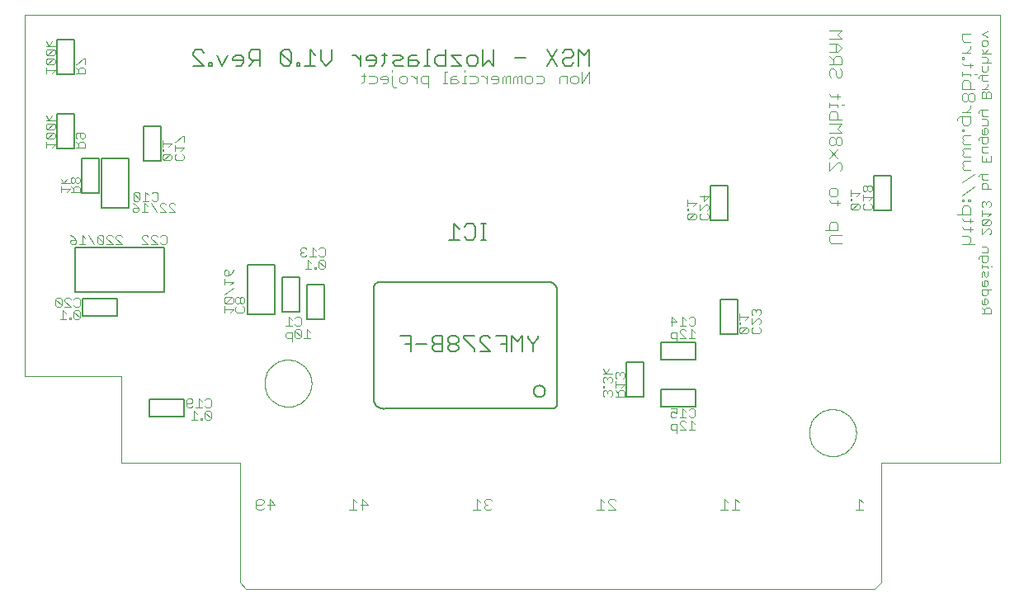
<source format=gbo>
G75*
%MOIN*%
%OFA0B0*%
%FSLAX24Y24*%
%IPPOS*%
%LPD*%
%AMOC8*
5,1,8,0,0,1.08239X$1,22.5*
%
%ADD10C,0.0060*%
%ADD11C,0.0040*%
%ADD12C,0.0000*%
%ADD13C,0.0030*%
%ADD14C,0.0050*%
D10*
X017005Y010075D02*
X017005Y010716D01*
X016578Y010716D01*
X016791Y010396D02*
X017005Y010396D01*
X017222Y010396D02*
X017649Y010396D01*
X017867Y010502D02*
X017973Y010396D01*
X018294Y010396D01*
X018511Y010502D02*
X018618Y010396D01*
X018831Y010396D01*
X018938Y010502D01*
X018938Y010609D01*
X018831Y010716D01*
X018618Y010716D01*
X018511Y010609D01*
X018511Y010502D01*
X018618Y010396D02*
X018511Y010289D01*
X018511Y010182D01*
X018618Y010075D01*
X018831Y010075D01*
X018938Y010182D01*
X018938Y010289D01*
X018831Y010396D01*
X019156Y010609D02*
X019583Y010182D01*
X019583Y010075D01*
X019800Y010075D02*
X020227Y010075D01*
X019800Y010502D01*
X019800Y010609D01*
X019907Y010716D01*
X020121Y010716D01*
X020227Y010609D01*
X020445Y010716D02*
X020872Y010716D01*
X020872Y010075D01*
X021089Y010075D02*
X021089Y010716D01*
X021303Y010502D01*
X021516Y010716D01*
X021516Y010075D01*
X021947Y010075D02*
X021947Y010396D01*
X021734Y010609D01*
X021734Y010716D01*
X021947Y010396D02*
X022161Y010609D01*
X022161Y010716D01*
X020872Y010396D02*
X020658Y010396D01*
X019583Y010716D02*
X019156Y010716D01*
X019156Y010609D01*
X018294Y010716D02*
X018294Y010075D01*
X017973Y010075D01*
X017867Y010182D01*
X017867Y010289D01*
X017973Y010396D01*
X017867Y010502D02*
X017867Y010609D01*
X017973Y010716D01*
X018294Y010716D01*
X018547Y014601D02*
X018974Y014601D01*
X018760Y014601D02*
X018760Y015241D01*
X018974Y015028D01*
X019191Y015135D02*
X019298Y015241D01*
X019511Y015241D01*
X019618Y015135D01*
X019618Y014708D01*
X019511Y014601D01*
X019298Y014601D01*
X019191Y014708D01*
X019834Y014601D02*
X020048Y014601D01*
X019941Y014601D02*
X019941Y015241D01*
X020048Y015241D02*
X019834Y015241D01*
X019926Y021630D02*
X019926Y022271D01*
X019708Y021950D02*
X019708Y021737D01*
X019601Y021630D01*
X019388Y021630D01*
X019281Y021737D01*
X019281Y021950D01*
X019388Y022057D01*
X019601Y022057D01*
X019708Y021950D01*
X019926Y021630D02*
X020139Y021844D01*
X020353Y021630D01*
X020353Y022271D01*
X021215Y021950D02*
X021642Y021950D01*
X022504Y021630D02*
X022931Y022271D01*
X023148Y022164D02*
X023255Y022271D01*
X023469Y022271D01*
X023575Y022164D01*
X023575Y022057D01*
X023469Y021950D01*
X023255Y021950D01*
X023148Y021844D01*
X023148Y021737D01*
X023255Y021630D01*
X023469Y021630D01*
X023575Y021737D01*
X023793Y021630D02*
X023793Y022271D01*
X024006Y022057D01*
X024220Y022271D01*
X024220Y021630D01*
X022931Y021630D02*
X022504Y022271D01*
X019064Y022057D02*
X018637Y022057D01*
X019064Y021630D01*
X018637Y021630D01*
X018419Y021630D02*
X018099Y021630D01*
X017992Y021737D01*
X017992Y021950D01*
X018099Y022057D01*
X018419Y022057D01*
X018419Y022271D02*
X018419Y021630D01*
X017775Y021630D02*
X017561Y021630D01*
X017668Y021630D02*
X017668Y022271D01*
X017775Y022271D01*
X017238Y022057D02*
X017025Y022057D01*
X016918Y021950D01*
X016918Y021630D01*
X017238Y021630D01*
X017345Y021737D01*
X017238Y021844D01*
X016918Y021844D01*
X016700Y021950D02*
X016593Y021844D01*
X016380Y021844D01*
X016273Y021737D01*
X016380Y021630D01*
X016700Y021630D01*
X016700Y021950D02*
X016593Y022057D01*
X016273Y022057D01*
X016056Y022057D02*
X015842Y022057D01*
X015949Y022164D02*
X015949Y021737D01*
X015842Y021630D01*
X015626Y021737D02*
X015626Y021950D01*
X015519Y022057D01*
X015306Y022057D01*
X015199Y021950D01*
X015199Y021844D01*
X015626Y021844D01*
X015626Y021737D02*
X015519Y021630D01*
X015306Y021630D01*
X014981Y021630D02*
X014981Y022057D01*
X014981Y021844D02*
X014768Y022057D01*
X014661Y022057D01*
X013800Y021844D02*
X013586Y021630D01*
X013373Y021844D01*
X013373Y022271D01*
X013155Y022057D02*
X012942Y022271D01*
X012942Y021630D01*
X013155Y021630D02*
X012728Y021630D01*
X012511Y021630D02*
X012511Y021737D01*
X012404Y021737D01*
X012404Y021630D01*
X012511Y021630D01*
X012188Y021737D02*
X011761Y022164D01*
X011761Y021737D01*
X011868Y021630D01*
X012082Y021630D01*
X012188Y021737D01*
X012188Y022164D01*
X012082Y022271D01*
X011868Y022271D01*
X011761Y022164D01*
X010899Y022271D02*
X010579Y022271D01*
X010472Y022164D01*
X010472Y021950D01*
X010579Y021844D01*
X010899Y021844D01*
X010686Y021844D02*
X010472Y021630D01*
X010255Y021737D02*
X010255Y021950D01*
X010148Y022057D01*
X009934Y022057D01*
X009828Y021950D01*
X009828Y021844D01*
X010255Y021844D01*
X010255Y021737D02*
X010148Y021630D01*
X009934Y021630D01*
X009610Y022057D02*
X009397Y021630D01*
X009183Y022057D01*
X008966Y021737D02*
X008859Y021737D01*
X008859Y021630D01*
X008966Y021630D01*
X008966Y021737D01*
X008643Y021630D02*
X008216Y022057D01*
X008216Y022164D01*
X008323Y022271D01*
X008537Y022271D01*
X008643Y022164D01*
X008643Y021630D02*
X008216Y021630D01*
X010899Y021630D02*
X010899Y022271D01*
X013800Y022271D02*
X013800Y021844D01*
D11*
X015022Y021227D02*
X015176Y021227D01*
X015099Y021304D02*
X015099Y020997D01*
X015022Y020920D01*
X015329Y020920D02*
X015559Y020920D01*
X015636Y020997D01*
X015636Y021150D01*
X015559Y021227D01*
X015329Y021227D01*
X015789Y021150D02*
X015789Y021073D01*
X016096Y021073D01*
X016096Y020997D02*
X016096Y021150D01*
X016020Y021227D01*
X015866Y021227D01*
X015789Y021150D01*
X015866Y020920D02*
X016020Y020920D01*
X016096Y020997D01*
X016250Y020843D02*
X016250Y021227D01*
X016250Y021380D02*
X016250Y021457D01*
X016557Y021150D02*
X016634Y021227D01*
X016787Y021227D01*
X016864Y021150D01*
X016864Y020997D01*
X016787Y020920D01*
X016634Y020920D01*
X016557Y020997D01*
X016557Y021150D01*
X016403Y020767D02*
X016327Y020767D01*
X016250Y020843D01*
X017017Y021227D02*
X017094Y021227D01*
X017247Y021073D01*
X017247Y020920D02*
X017247Y021227D01*
X017401Y021150D02*
X017401Y020997D01*
X017478Y020920D01*
X017708Y020920D01*
X017708Y020767D02*
X017708Y021227D01*
X017478Y021227D01*
X017401Y021150D01*
X018322Y020920D02*
X018475Y020920D01*
X018398Y020920D02*
X018398Y021380D01*
X018475Y021380D01*
X018629Y021150D02*
X018629Y020920D01*
X018859Y020920D01*
X018935Y020997D01*
X018859Y021073D01*
X018629Y021073D01*
X018629Y021150D02*
X018705Y021227D01*
X018859Y021227D01*
X019166Y021227D02*
X019166Y020920D01*
X019242Y020920D02*
X019089Y020920D01*
X019396Y020920D02*
X019626Y020920D01*
X019703Y020997D01*
X019703Y021150D01*
X019626Y021227D01*
X019396Y021227D01*
X019242Y021227D02*
X019166Y021227D01*
X019166Y021380D02*
X019166Y021457D01*
X019856Y021227D02*
X019933Y021227D01*
X020086Y021073D01*
X020086Y020920D02*
X020086Y021227D01*
X020240Y021150D02*
X020317Y021227D01*
X020470Y021227D01*
X020547Y021150D01*
X020547Y020997D01*
X020470Y020920D01*
X020317Y020920D01*
X020240Y021073D02*
X020547Y021073D01*
X020700Y021150D02*
X020700Y020920D01*
X020854Y020920D02*
X020854Y021150D01*
X020777Y021227D01*
X020700Y021150D01*
X020854Y021150D02*
X020931Y021227D01*
X021007Y021227D01*
X021007Y020920D01*
X021161Y020920D02*
X021161Y021150D01*
X021237Y021227D01*
X021314Y021150D01*
X021314Y020920D01*
X021468Y020920D02*
X021468Y021227D01*
X021391Y021227D01*
X021314Y021150D01*
X021621Y021150D02*
X021698Y021227D01*
X021851Y021227D01*
X021928Y021150D01*
X021928Y020997D01*
X021851Y020920D01*
X021698Y020920D01*
X021621Y020997D01*
X021621Y021150D01*
X022082Y021227D02*
X022312Y021227D01*
X022388Y021150D01*
X022388Y020997D01*
X022312Y020920D01*
X022082Y020920D01*
X023002Y020920D02*
X023002Y021150D01*
X023079Y021227D01*
X023309Y021227D01*
X023309Y020920D01*
X023463Y020997D02*
X023463Y021150D01*
X023539Y021227D01*
X023693Y021227D01*
X023770Y021150D01*
X023770Y020997D01*
X023693Y020920D01*
X023539Y020920D01*
X023463Y020997D01*
X023923Y020920D02*
X023923Y021380D01*
X024230Y021380D02*
X023923Y020920D01*
X024230Y020920D02*
X024230Y021380D01*
X020240Y021150D02*
X020240Y021073D01*
X033910Y021244D02*
X033997Y021157D01*
X033910Y021244D02*
X033910Y021418D01*
X033997Y021504D01*
X034083Y021504D01*
X034170Y021418D01*
X034170Y021244D01*
X034257Y021157D01*
X034344Y021157D01*
X034430Y021244D01*
X034430Y021418D01*
X034344Y021504D01*
X034430Y021673D02*
X033910Y021673D01*
X034083Y021673D02*
X034083Y021933D01*
X034170Y022020D01*
X034344Y022020D01*
X034430Y021933D01*
X034430Y021673D01*
X034083Y021847D02*
X033910Y022020D01*
X033910Y022189D02*
X034257Y022189D01*
X034430Y022362D01*
X034257Y022536D01*
X033910Y022536D01*
X033910Y022704D02*
X034430Y022704D01*
X034257Y022878D01*
X034430Y023051D01*
X033910Y023051D01*
X034170Y022536D02*
X034170Y022189D01*
X034257Y020472D02*
X034257Y020298D01*
X034344Y020385D02*
X033997Y020385D01*
X033910Y020472D01*
X033910Y020128D02*
X033910Y019954D01*
X033910Y020041D02*
X034257Y020041D01*
X034257Y019954D01*
X034170Y019786D02*
X034257Y019699D01*
X034257Y019439D01*
X034430Y019439D02*
X033910Y019439D01*
X033910Y019699D01*
X033997Y019786D01*
X034170Y019786D01*
X034430Y020041D02*
X034517Y020041D01*
X034430Y019270D02*
X033910Y019270D01*
X034257Y019096D02*
X034430Y019270D01*
X034257Y019096D02*
X034430Y018923D01*
X033910Y018923D01*
X033997Y018754D02*
X033910Y018668D01*
X033910Y018494D01*
X033997Y018407D01*
X034083Y018407D01*
X034170Y018494D01*
X034170Y018668D01*
X034083Y018754D01*
X033997Y018754D01*
X034170Y018668D02*
X034257Y018754D01*
X034344Y018754D01*
X034430Y018668D01*
X034430Y018494D01*
X034344Y018407D01*
X034257Y018407D01*
X034170Y018494D01*
X034257Y018239D02*
X033910Y017892D01*
X033910Y017723D02*
X033910Y017376D01*
X034257Y017723D01*
X034344Y017723D01*
X034430Y017636D01*
X034430Y017463D01*
X034344Y017376D01*
X034257Y017892D02*
X033910Y018239D01*
X033997Y016692D02*
X033910Y016605D01*
X033910Y016432D01*
X033997Y016345D01*
X034170Y016345D01*
X034257Y016432D01*
X034257Y016605D01*
X034170Y016692D01*
X033997Y016692D01*
X033910Y016175D02*
X033997Y016088D01*
X034344Y016088D01*
X034257Y016001D02*
X034257Y016175D01*
X034170Y015317D02*
X033997Y015317D01*
X033910Y015230D01*
X033910Y014970D01*
X033737Y014970D02*
X034257Y014970D01*
X034257Y015230D01*
X034170Y015317D01*
X033997Y014801D02*
X033910Y014714D01*
X033910Y014541D01*
X033997Y014454D01*
X034430Y014454D01*
X034430Y014801D02*
X033997Y014801D01*
X039097Y015623D02*
X039617Y015623D01*
X039617Y015883D01*
X039530Y015970D01*
X039357Y015970D01*
X039270Y015883D01*
X039270Y015623D01*
X039270Y015453D02*
X039357Y015366D01*
X039704Y015366D01*
X039617Y015279D02*
X039617Y015453D01*
X039617Y015109D02*
X039617Y014936D01*
X039704Y015022D02*
X039357Y015022D01*
X039270Y015109D01*
X039270Y014767D02*
X039530Y014767D01*
X039617Y014680D01*
X039617Y014507D01*
X039530Y014420D01*
X039790Y014420D02*
X039270Y014420D01*
X039270Y016139D02*
X039357Y016139D01*
X039357Y016226D01*
X039270Y016226D01*
X039270Y016139D01*
X039270Y016397D02*
X039790Y016744D01*
X039790Y017259D02*
X039270Y016912D01*
X039357Y017428D02*
X039270Y017515D01*
X039357Y017601D01*
X039270Y017688D01*
X039357Y017775D01*
X039617Y017775D01*
X039617Y017944D02*
X039357Y017944D01*
X039270Y018030D01*
X039357Y018117D01*
X039270Y018204D01*
X039357Y018291D01*
X039617Y018291D01*
X039617Y018459D02*
X039357Y018459D01*
X039270Y018546D01*
X039357Y018633D01*
X039270Y018719D01*
X039357Y018806D01*
X039617Y018806D01*
X039357Y018975D02*
X039357Y019062D01*
X039270Y019062D01*
X039270Y018975D01*
X039357Y018975D01*
X039357Y019233D02*
X039270Y019319D01*
X039270Y019580D01*
X039183Y019580D02*
X039617Y019580D01*
X039617Y019319D01*
X039530Y019233D01*
X039357Y019233D01*
X039097Y019406D02*
X039097Y019493D01*
X039183Y019580D01*
X039270Y019748D02*
X039617Y019748D01*
X039443Y019748D02*
X039617Y019922D01*
X039617Y020008D01*
X039617Y020178D02*
X039704Y020178D01*
X039790Y020265D01*
X039790Y020438D01*
X039704Y020525D01*
X039617Y020525D01*
X039530Y020438D01*
X039530Y020265D01*
X039617Y020178D01*
X039530Y020265D02*
X039443Y020178D01*
X039357Y020178D01*
X039270Y020265D01*
X039270Y020438D01*
X039357Y020525D01*
X039443Y020525D01*
X039530Y020438D01*
X039617Y020694D02*
X039617Y020954D01*
X039530Y021041D01*
X039357Y021041D01*
X039270Y020954D01*
X039270Y020694D01*
X039790Y020694D01*
X039617Y021209D02*
X039617Y021296D01*
X039270Y021296D01*
X039270Y021209D02*
X039270Y021383D01*
X039357Y021640D02*
X039270Y021726D01*
X039357Y021640D02*
X039704Y021640D01*
X039617Y021726D02*
X039617Y021553D01*
X039790Y021296D02*
X039877Y021296D01*
X039357Y021897D02*
X039357Y021984D01*
X039270Y021984D01*
X039270Y021897D01*
X039357Y021897D01*
X039443Y022155D02*
X039617Y022328D01*
X039617Y022415D01*
X039617Y022584D02*
X039357Y022584D01*
X039270Y022671D01*
X039270Y022931D01*
X039617Y022931D01*
X039617Y022155D02*
X039270Y022155D01*
X039357Y017428D02*
X039617Y017428D01*
X039617Y016226D02*
X039530Y016226D01*
X039530Y016139D01*
X039617Y016139D01*
X039617Y016226D01*
X035127Y004130D02*
X035127Y003670D01*
X035280Y003670D02*
X034973Y003670D01*
X035280Y003977D02*
X035127Y004130D01*
X030280Y003977D02*
X030127Y004130D01*
X030127Y003670D01*
X030280Y003670D02*
X029973Y003670D01*
X029820Y003670D02*
X029513Y003670D01*
X029666Y003670D02*
X029666Y004130D01*
X029820Y003977D01*
X025280Y004054D02*
X025203Y004130D01*
X025050Y004130D01*
X024973Y004054D01*
X024973Y003977D01*
X025280Y003670D01*
X024973Y003670D01*
X024820Y003670D02*
X024513Y003670D01*
X024666Y003670D02*
X024666Y004130D01*
X024820Y003977D01*
X020280Y004054D02*
X020203Y004130D01*
X020050Y004130D01*
X019973Y004054D01*
X019973Y003977D01*
X020050Y003900D01*
X019973Y003823D01*
X019973Y003747D01*
X020050Y003670D01*
X020203Y003670D01*
X020280Y003747D01*
X020127Y003900D02*
X020050Y003900D01*
X019820Y003977D02*
X019666Y004130D01*
X019666Y003670D01*
X019513Y003670D02*
X019820Y003670D01*
X015280Y003900D02*
X014973Y003900D01*
X014820Y003977D02*
X014666Y004130D01*
X014666Y003670D01*
X014513Y003670D02*
X014820Y003670D01*
X015050Y003670D02*
X015050Y004130D01*
X015280Y003900D01*
X011530Y003900D02*
X011223Y003900D01*
X011070Y003977D02*
X010993Y003900D01*
X010763Y003900D01*
X010763Y003747D02*
X010763Y004054D01*
X010839Y004130D01*
X010993Y004130D01*
X011070Y004054D01*
X011070Y003977D01*
X011070Y003747D02*
X010993Y003670D01*
X010839Y003670D01*
X010763Y003747D01*
X011300Y003670D02*
X011300Y004130D01*
X011530Y003900D01*
D12*
X010100Y005600D02*
X005300Y005600D01*
X005300Y009100D01*
X001400Y009100D01*
X001400Y023700D01*
X040800Y023700D01*
X040800Y005600D01*
X036000Y005600D01*
X036000Y000750D01*
X035750Y000500D01*
X010350Y000500D01*
X010100Y000750D01*
X010100Y005600D01*
X011100Y008800D02*
X011102Y008861D01*
X011108Y008923D01*
X011118Y008983D01*
X011132Y009043D01*
X011149Y009102D01*
X011171Y009160D01*
X011196Y009216D01*
X011225Y009271D01*
X011257Y009323D01*
X011292Y009373D01*
X011331Y009421D01*
X011373Y009466D01*
X011417Y009509D01*
X011465Y009548D01*
X011514Y009585D01*
X011566Y009618D01*
X011620Y009647D01*
X011676Y009673D01*
X011733Y009696D01*
X011792Y009714D01*
X011851Y009729D01*
X011912Y009740D01*
X011973Y009747D01*
X012035Y009750D01*
X012096Y009749D01*
X012157Y009744D01*
X012218Y009735D01*
X012278Y009722D01*
X012338Y009705D01*
X012396Y009685D01*
X012452Y009661D01*
X012507Y009633D01*
X012560Y009601D01*
X012611Y009567D01*
X012659Y009529D01*
X012705Y009488D01*
X012748Y009444D01*
X012789Y009397D01*
X012826Y009348D01*
X012860Y009297D01*
X012890Y009244D01*
X012917Y009188D01*
X012940Y009131D01*
X012960Y009073D01*
X012976Y009014D01*
X012988Y008953D01*
X012996Y008892D01*
X013000Y008831D01*
X013000Y008769D01*
X012996Y008708D01*
X012988Y008647D01*
X012976Y008586D01*
X012960Y008527D01*
X012940Y008469D01*
X012917Y008412D01*
X012890Y008356D01*
X012860Y008303D01*
X012826Y008252D01*
X012789Y008203D01*
X012748Y008156D01*
X012705Y008112D01*
X012659Y008071D01*
X012611Y008033D01*
X012560Y007999D01*
X012507Y007967D01*
X012452Y007939D01*
X012396Y007915D01*
X012338Y007895D01*
X012278Y007878D01*
X012218Y007865D01*
X012157Y007856D01*
X012096Y007851D01*
X012035Y007850D01*
X011973Y007853D01*
X011912Y007860D01*
X011851Y007871D01*
X011792Y007886D01*
X011733Y007904D01*
X011676Y007927D01*
X011620Y007953D01*
X011566Y007982D01*
X011514Y008015D01*
X011465Y008052D01*
X011417Y008091D01*
X011373Y008134D01*
X011331Y008179D01*
X011292Y008227D01*
X011257Y008277D01*
X011225Y008329D01*
X011196Y008384D01*
X011171Y008440D01*
X011149Y008498D01*
X011132Y008557D01*
X011118Y008617D01*
X011108Y008677D01*
X011102Y008739D01*
X011100Y008800D01*
X033100Y006800D02*
X033102Y006861D01*
X033108Y006923D01*
X033118Y006983D01*
X033132Y007043D01*
X033149Y007102D01*
X033171Y007160D01*
X033196Y007216D01*
X033225Y007271D01*
X033257Y007323D01*
X033292Y007373D01*
X033331Y007421D01*
X033373Y007466D01*
X033417Y007509D01*
X033465Y007548D01*
X033514Y007585D01*
X033566Y007618D01*
X033620Y007647D01*
X033676Y007673D01*
X033733Y007696D01*
X033792Y007714D01*
X033851Y007729D01*
X033912Y007740D01*
X033973Y007747D01*
X034035Y007750D01*
X034096Y007749D01*
X034157Y007744D01*
X034218Y007735D01*
X034278Y007722D01*
X034338Y007705D01*
X034396Y007685D01*
X034452Y007661D01*
X034507Y007633D01*
X034560Y007601D01*
X034611Y007567D01*
X034659Y007529D01*
X034705Y007488D01*
X034748Y007444D01*
X034789Y007397D01*
X034826Y007348D01*
X034860Y007297D01*
X034890Y007244D01*
X034917Y007188D01*
X034940Y007131D01*
X034960Y007073D01*
X034976Y007014D01*
X034988Y006953D01*
X034996Y006892D01*
X035000Y006831D01*
X035000Y006769D01*
X034996Y006708D01*
X034988Y006647D01*
X034976Y006586D01*
X034960Y006527D01*
X034940Y006469D01*
X034917Y006412D01*
X034890Y006356D01*
X034860Y006303D01*
X034826Y006252D01*
X034789Y006203D01*
X034748Y006156D01*
X034705Y006112D01*
X034659Y006071D01*
X034611Y006033D01*
X034560Y005999D01*
X034507Y005967D01*
X034452Y005939D01*
X034396Y005915D01*
X034338Y005895D01*
X034278Y005878D01*
X034218Y005865D01*
X034157Y005856D01*
X034096Y005851D01*
X034035Y005850D01*
X033973Y005853D01*
X033912Y005860D01*
X033851Y005871D01*
X033792Y005886D01*
X033733Y005904D01*
X033676Y005927D01*
X033620Y005953D01*
X033566Y005982D01*
X033514Y006015D01*
X033465Y006052D01*
X033417Y006091D01*
X033373Y006134D01*
X033331Y006179D01*
X033292Y006227D01*
X033257Y006277D01*
X033225Y006329D01*
X033196Y006384D01*
X033171Y006440D01*
X033149Y006498D01*
X033132Y006557D01*
X033118Y006617D01*
X033108Y006677D01*
X033102Y006739D01*
X033100Y006800D01*
D13*
X028485Y006915D02*
X028238Y006915D01*
X028117Y006915D02*
X027870Y007162D01*
X027870Y007224D01*
X027932Y007285D01*
X028055Y007285D01*
X028117Y007224D01*
X028117Y007415D02*
X027870Y007415D01*
X027993Y007415D02*
X027993Y007785D01*
X028117Y007662D01*
X028238Y007724D02*
X028300Y007785D01*
X028423Y007785D01*
X028485Y007724D01*
X028485Y007477D01*
X028423Y007415D01*
X028300Y007415D01*
X028238Y007477D01*
X028362Y007285D02*
X028362Y006915D01*
X028117Y006915D02*
X027870Y006915D01*
X027748Y006915D02*
X027563Y006915D01*
X027501Y006977D01*
X027501Y007100D01*
X027563Y007162D01*
X027748Y007162D01*
X027748Y006792D01*
X028362Y007285D02*
X028485Y007162D01*
X027748Y007477D02*
X027687Y007415D01*
X027563Y007415D01*
X027501Y007477D01*
X027501Y007600D01*
X027563Y007662D01*
X027625Y007662D01*
X027748Y007600D01*
X027748Y007785D01*
X027501Y007785D01*
X025635Y008265D02*
X025635Y008450D01*
X025574Y008512D01*
X025450Y008512D01*
X025388Y008450D01*
X025388Y008265D01*
X025265Y008265D02*
X025635Y008265D01*
X025388Y008388D02*
X025265Y008512D01*
X025265Y008633D02*
X025265Y008880D01*
X025265Y008757D02*
X025635Y008757D01*
X025512Y008633D01*
X025135Y008450D02*
X025074Y008512D01*
X025012Y008512D01*
X024950Y008450D01*
X024888Y008512D01*
X024827Y008512D01*
X024765Y008450D01*
X024765Y008327D01*
X024827Y008265D01*
X024950Y008388D02*
X024950Y008450D01*
X025135Y008450D02*
X025135Y008327D01*
X025074Y008265D01*
X024827Y008633D02*
X024827Y008695D01*
X024765Y008695D01*
X024765Y008633D01*
X024827Y008633D01*
X024827Y008817D02*
X024765Y008879D01*
X024765Y009003D01*
X024827Y009064D01*
X024888Y009064D01*
X024950Y009003D01*
X024950Y008941D01*
X024950Y009003D02*
X025012Y009064D01*
X025074Y009064D01*
X025135Y009003D01*
X025135Y008879D01*
X025074Y008817D01*
X025265Y009063D02*
X025327Y009002D01*
X025265Y009063D02*
X025265Y009187D01*
X025327Y009249D01*
X025388Y009249D01*
X025450Y009187D01*
X025450Y009125D01*
X025450Y009187D02*
X025512Y009249D01*
X025574Y009249D01*
X025635Y009187D01*
X025635Y009063D01*
X025574Y009002D01*
X025135Y009186D02*
X024765Y009186D01*
X024888Y009186D02*
X025012Y009371D01*
X024888Y009186D02*
X024765Y009371D01*
X027501Y010677D02*
X027501Y010800D01*
X027563Y010862D01*
X027748Y010862D01*
X027748Y010492D01*
X027748Y010615D02*
X027563Y010615D01*
X027501Y010677D01*
X027870Y010615D02*
X028117Y010615D01*
X027870Y010862D01*
X027870Y010924D01*
X027932Y010985D01*
X028055Y010985D01*
X028117Y010924D01*
X028117Y011115D02*
X027870Y011115D01*
X027993Y011115D02*
X027993Y011485D01*
X028117Y011362D01*
X028238Y011424D02*
X028300Y011485D01*
X028423Y011485D01*
X028485Y011424D01*
X028485Y011177D01*
X028423Y011115D01*
X028300Y011115D01*
X028238Y011177D01*
X028362Y010985D02*
X028362Y010615D01*
X028485Y010615D02*
X028238Y010615D01*
X028485Y010862D02*
X028362Y010985D01*
X027748Y011300D02*
X027501Y011300D01*
X027563Y011115D02*
X027563Y011485D01*
X027748Y011300D01*
X030265Y011245D02*
X030265Y011183D01*
X030327Y011183D01*
X030327Y011245D01*
X030265Y011245D01*
X030265Y011367D02*
X030265Y011614D01*
X030265Y011491D02*
X030635Y011491D01*
X030512Y011367D01*
X030765Y011430D02*
X030765Y011183D01*
X031012Y011430D01*
X031074Y011430D01*
X031135Y011368D01*
X031135Y011245D01*
X031074Y011183D01*
X031074Y011062D02*
X031135Y011000D01*
X031135Y010877D01*
X031074Y010815D01*
X030827Y010815D01*
X030765Y010877D01*
X030765Y011000D01*
X030827Y011062D01*
X030635Y011000D02*
X030574Y011062D01*
X030327Y010815D01*
X030265Y010877D01*
X030265Y011000D01*
X030327Y011062D01*
X030574Y011062D01*
X030635Y011000D02*
X030635Y010877D01*
X030574Y010815D01*
X030327Y010815D01*
X030827Y011552D02*
X030765Y011613D01*
X030765Y011737D01*
X030827Y011799D01*
X030888Y011799D01*
X030950Y011737D01*
X030950Y011675D01*
X030950Y011737D02*
X031012Y011799D01*
X031074Y011799D01*
X031135Y011737D01*
X031135Y011613D01*
X031074Y011552D01*
X028974Y015415D02*
X028727Y015415D01*
X028665Y015477D01*
X028665Y015600D01*
X028727Y015662D01*
X028665Y015783D02*
X028912Y016030D01*
X028974Y016030D01*
X029035Y015968D01*
X029035Y015845D01*
X028974Y015783D01*
X028974Y015662D02*
X029035Y015600D01*
X029035Y015477D01*
X028974Y015415D01*
X028535Y015477D02*
X028535Y015600D01*
X028474Y015662D01*
X028227Y015415D01*
X028165Y015477D01*
X028165Y015600D01*
X028227Y015662D01*
X028474Y015662D01*
X028535Y015477D02*
X028474Y015415D01*
X028227Y015415D01*
X028227Y015783D02*
X028227Y015845D01*
X028165Y015845D01*
X028165Y015783D01*
X028227Y015783D01*
X028165Y015967D02*
X028165Y016214D01*
X028165Y016091D02*
X028535Y016091D01*
X028412Y015967D01*
X028665Y016030D02*
X028665Y015783D01*
X028850Y016152D02*
X028850Y016399D01*
X028665Y016337D02*
X029035Y016337D01*
X028850Y016152D01*
X034765Y016245D02*
X034765Y016183D01*
X034827Y016183D01*
X034827Y016245D01*
X034765Y016245D01*
X034765Y016367D02*
X034765Y016614D01*
X034765Y016491D02*
X035135Y016491D01*
X035012Y016367D01*
X035265Y016307D02*
X035635Y016307D01*
X035512Y016183D01*
X035574Y016062D02*
X035635Y016000D01*
X035635Y015877D01*
X035574Y015815D01*
X035327Y015815D01*
X035265Y015877D01*
X035265Y016000D01*
X035327Y016062D01*
X035265Y016183D02*
X035265Y016430D01*
X035327Y016552D02*
X035388Y016552D01*
X035450Y016613D01*
X035450Y016737D01*
X035388Y016799D01*
X035327Y016799D01*
X035265Y016737D01*
X035265Y016613D01*
X035327Y016552D01*
X035450Y016613D02*
X035512Y016552D01*
X035574Y016552D01*
X035635Y016613D01*
X035635Y016737D01*
X035574Y016799D01*
X035512Y016799D01*
X035450Y016737D01*
X035074Y016062D02*
X034827Y015815D01*
X034765Y015877D01*
X034765Y016000D01*
X034827Y016062D01*
X035074Y016062D01*
X035135Y016000D01*
X035135Y015877D01*
X035074Y015815D01*
X034827Y015815D01*
X040065Y015791D02*
X040065Y015544D01*
X040065Y015667D02*
X040435Y015667D01*
X040312Y015544D01*
X040374Y015422D02*
X040127Y015175D01*
X040065Y015237D01*
X040065Y015361D01*
X040127Y015422D01*
X040374Y015422D01*
X040435Y015361D01*
X040435Y015237D01*
X040374Y015175D01*
X040127Y015175D01*
X040065Y015054D02*
X040065Y014807D01*
X040312Y015054D01*
X040374Y015054D01*
X040435Y014992D01*
X040435Y014869D01*
X040374Y014807D01*
X040250Y014317D02*
X040065Y014317D01*
X040250Y014317D02*
X040312Y014256D01*
X040312Y014070D01*
X040065Y014070D01*
X040065Y013949D02*
X040065Y013764D01*
X040127Y013702D01*
X040250Y013702D01*
X040312Y013764D01*
X040312Y013949D01*
X040003Y013949D01*
X039942Y013887D01*
X039942Y013826D01*
X040065Y013580D02*
X040065Y013457D01*
X040065Y013518D02*
X040312Y013518D01*
X040312Y013457D01*
X040312Y013335D02*
X040312Y013150D01*
X040250Y013088D01*
X040188Y013150D01*
X040188Y013273D01*
X040127Y013335D01*
X040065Y013273D01*
X040065Y013088D01*
X040188Y012967D02*
X040188Y012720D01*
X040127Y012720D02*
X040250Y012720D01*
X040312Y012782D01*
X040312Y012905D01*
X040250Y012967D01*
X040188Y012967D01*
X040065Y012905D02*
X040065Y012782D01*
X040127Y012720D01*
X040065Y012599D02*
X040065Y012413D01*
X040127Y012352D01*
X040250Y012352D01*
X040312Y012413D01*
X040312Y012599D01*
X040435Y012599D02*
X040065Y012599D01*
X040188Y012230D02*
X040188Y011983D01*
X040127Y011983D02*
X040250Y011983D01*
X040312Y012045D01*
X040312Y012168D01*
X040250Y012230D01*
X040188Y012230D01*
X040065Y012168D02*
X040065Y012045D01*
X040127Y011983D01*
X040065Y011862D02*
X040188Y011738D01*
X040188Y011800D02*
X040188Y011615D01*
X040065Y011615D02*
X040435Y011615D01*
X040435Y011800D01*
X040374Y011862D01*
X040250Y011862D01*
X040188Y011800D01*
X040435Y013518D02*
X040497Y013518D01*
X040374Y015912D02*
X040435Y015974D01*
X040435Y016097D01*
X040374Y016159D01*
X040312Y016159D01*
X040250Y016097D01*
X040188Y016159D01*
X040127Y016159D01*
X040065Y016097D01*
X040065Y015974D01*
X040127Y015912D01*
X040250Y016035D02*
X040250Y016097D01*
X040312Y016649D02*
X040312Y016834D01*
X040250Y016896D01*
X040127Y016896D01*
X040065Y016834D01*
X040065Y016649D01*
X040435Y016649D01*
X040312Y017017D02*
X040127Y017017D01*
X040065Y017079D01*
X040065Y017264D01*
X040003Y017264D02*
X039942Y017202D01*
X039942Y017140D01*
X040003Y017264D02*
X040312Y017264D01*
X040250Y017754D02*
X040250Y017877D01*
X040065Y017754D02*
X040065Y018000D01*
X040127Y018122D02*
X040065Y018184D01*
X040065Y018369D01*
X040312Y018369D01*
X040250Y018490D02*
X040127Y018490D01*
X040065Y018552D01*
X040065Y018737D01*
X040003Y018737D02*
X040312Y018737D01*
X040312Y018552D01*
X040250Y018490D01*
X039942Y018614D02*
X039942Y018675D01*
X040003Y018737D01*
X040127Y018859D02*
X040250Y018859D01*
X040312Y018920D01*
X040312Y019044D01*
X040250Y019105D01*
X040188Y019105D01*
X040188Y018859D01*
X040127Y018859D02*
X040065Y018920D01*
X040065Y019044D01*
X040065Y019227D02*
X040312Y019227D01*
X040312Y019412D01*
X040250Y019474D01*
X040065Y019474D01*
X040127Y019595D02*
X040065Y019657D01*
X040065Y019842D01*
X040003Y019842D02*
X039942Y019780D01*
X039942Y019719D01*
X040003Y019842D02*
X040312Y019842D01*
X040312Y019595D02*
X040127Y019595D01*
X040065Y020332D02*
X040065Y020517D01*
X040127Y020579D01*
X040188Y020579D01*
X040250Y020517D01*
X040250Y020332D01*
X040250Y020517D02*
X040312Y020579D01*
X040374Y020579D01*
X040435Y020517D01*
X040435Y020332D01*
X040065Y020332D01*
X040065Y020700D02*
X040312Y020700D01*
X040312Y020824D02*
X040312Y020885D01*
X040312Y020824D02*
X040188Y020700D01*
X040127Y021007D02*
X040065Y021069D01*
X040065Y021254D01*
X040003Y021254D02*
X039942Y021192D01*
X039942Y021130D01*
X040003Y021254D02*
X040312Y021254D01*
X040250Y021375D02*
X040312Y021437D01*
X040312Y021622D01*
X040250Y021744D02*
X040312Y021805D01*
X040312Y021929D01*
X040250Y021991D01*
X040065Y021991D01*
X040065Y022112D02*
X040435Y022112D01*
X040312Y022297D02*
X040188Y022112D01*
X040065Y022297D01*
X040127Y022419D02*
X040065Y022481D01*
X040065Y022604D01*
X040127Y022666D01*
X040250Y022666D01*
X040312Y022604D01*
X040312Y022481D01*
X040250Y022419D01*
X040127Y022419D01*
X040312Y022787D02*
X040065Y022911D01*
X040312Y023034D01*
X040435Y021744D02*
X040065Y021744D01*
X040065Y021622D02*
X040065Y021437D01*
X040127Y021375D01*
X040250Y021375D01*
X040312Y021007D02*
X040127Y021007D01*
X040127Y018122D02*
X040312Y018122D01*
X040435Y018000D02*
X040435Y017754D01*
X040065Y017754D01*
X013535Y014224D02*
X013535Y013977D01*
X013473Y013915D01*
X013350Y013915D01*
X013288Y013977D01*
X013167Y013915D02*
X012920Y013915D01*
X013043Y013915D02*
X013043Y014285D01*
X013167Y014162D01*
X013288Y014224D02*
X013350Y014285D01*
X013473Y014285D01*
X013535Y014224D01*
X012798Y014224D02*
X012737Y014285D01*
X012613Y014285D01*
X012551Y014224D01*
X012551Y014162D01*
X012613Y014100D01*
X012551Y014038D01*
X012551Y013977D01*
X012613Y013915D01*
X012737Y013915D01*
X012798Y013977D01*
X012675Y014100D02*
X012613Y014100D01*
X012859Y013785D02*
X012859Y013415D01*
X012736Y013415D02*
X012983Y013415D01*
X013105Y013415D02*
X013167Y013415D01*
X013167Y013477D01*
X013105Y013477D01*
X013105Y013415D01*
X013288Y013477D02*
X013288Y013724D01*
X013535Y013477D01*
X013473Y013415D01*
X013350Y013415D01*
X013288Y013477D01*
X013288Y013724D02*
X013350Y013785D01*
X013473Y013785D01*
X013535Y013724D01*
X013535Y013477D01*
X012983Y013662D02*
X012859Y013785D01*
X010285Y012218D02*
X010224Y012280D01*
X010162Y012280D01*
X010100Y012218D01*
X010100Y012095D01*
X010162Y012033D01*
X010224Y012033D01*
X010285Y012095D01*
X010285Y012218D01*
X010100Y012218D02*
X010038Y012280D01*
X009977Y012280D01*
X009915Y012218D01*
X009915Y012095D01*
X009977Y012033D01*
X010038Y012033D01*
X010100Y012095D01*
X009977Y011912D02*
X009915Y011850D01*
X009915Y011727D01*
X009977Y011665D01*
X010224Y011665D01*
X010285Y011727D01*
X010285Y011850D01*
X010224Y011912D01*
X009835Y011788D02*
X009465Y011788D01*
X009465Y011665D02*
X009465Y011912D01*
X009527Y012033D02*
X009774Y012280D01*
X009527Y012280D01*
X009465Y012218D01*
X009465Y012095D01*
X009527Y012033D01*
X009774Y012033D01*
X009835Y012095D01*
X009835Y012218D01*
X009774Y012280D01*
X009465Y012402D02*
X009835Y012649D01*
X009712Y012770D02*
X009835Y012893D01*
X009465Y012893D01*
X009465Y012770D02*
X009465Y013017D01*
X009527Y013138D02*
X009465Y013200D01*
X009465Y013323D01*
X009527Y013385D01*
X009588Y013385D01*
X009650Y013323D01*
X009650Y013138D01*
X009527Y013138D01*
X009650Y013138D02*
X009774Y013262D01*
X009835Y013385D01*
X009835Y011788D02*
X009712Y011665D01*
X011956Y011115D02*
X012203Y011115D01*
X012080Y011115D02*
X012080Y011485D01*
X012203Y011362D01*
X012325Y011424D02*
X012386Y011485D01*
X012510Y011485D01*
X012572Y011424D01*
X012572Y011177D01*
X012510Y011115D01*
X012386Y011115D01*
X012325Y011177D01*
X012386Y010985D02*
X012325Y010924D01*
X012572Y010677D01*
X012510Y010615D01*
X012386Y010615D01*
X012325Y010677D01*
X012325Y010924D01*
X012386Y010985D02*
X012510Y010985D01*
X012572Y010924D01*
X012572Y010677D01*
X012693Y010615D02*
X012940Y010615D01*
X012817Y010615D02*
X012817Y010985D01*
X012940Y010862D01*
X012203Y010862D02*
X012203Y010492D01*
X012203Y010615D02*
X012018Y010615D01*
X011956Y010677D01*
X011956Y010800D01*
X012018Y010862D01*
X012203Y010862D01*
X008935Y008124D02*
X008873Y008185D01*
X008750Y008185D01*
X008688Y008124D01*
X008567Y008062D02*
X008443Y008185D01*
X008443Y007815D01*
X008320Y007815D02*
X008567Y007815D01*
X008688Y007877D02*
X008750Y007815D01*
X008873Y007815D01*
X008935Y007877D01*
X008935Y008124D01*
X008873Y007685D02*
X008750Y007685D01*
X008688Y007624D01*
X008935Y007377D01*
X008873Y007315D01*
X008750Y007315D01*
X008688Y007377D01*
X008688Y007624D01*
X008873Y007685D02*
X008935Y007624D01*
X008935Y007377D01*
X008567Y007377D02*
X008505Y007377D01*
X008505Y007315D01*
X008567Y007315D01*
X008567Y007377D01*
X008383Y007315D02*
X008136Y007315D01*
X008259Y007315D02*
X008259Y007685D01*
X008383Y007562D01*
X008137Y007815D02*
X008013Y007815D01*
X007951Y007877D01*
X007951Y008124D01*
X008013Y008185D01*
X008137Y008185D01*
X008198Y008124D01*
X008198Y008062D01*
X008137Y008000D01*
X007951Y008000D01*
X008137Y007815D02*
X008198Y007877D01*
X003637Y011437D02*
X003575Y011376D01*
X003451Y011376D01*
X003390Y011437D01*
X003390Y011684D01*
X003637Y011437D01*
X003637Y011684D01*
X003575Y011746D01*
X003451Y011746D01*
X003390Y011684D01*
X003451Y011876D02*
X003390Y011937D01*
X003451Y011876D02*
X003575Y011876D01*
X003637Y011937D01*
X003637Y012184D01*
X003575Y012246D01*
X003451Y012246D01*
X003390Y012184D01*
X003268Y012184D02*
X003207Y012246D01*
X003083Y012246D01*
X003021Y012184D01*
X003021Y012123D01*
X003268Y011876D01*
X003021Y011876D01*
X002900Y011937D02*
X002653Y012184D01*
X002653Y011937D01*
X002715Y011876D01*
X002838Y011876D01*
X002900Y011937D01*
X002900Y012184D01*
X002838Y012246D01*
X002715Y012246D01*
X002653Y012184D01*
X002961Y011746D02*
X002961Y011376D01*
X003084Y011376D02*
X002837Y011376D01*
X003084Y011623D02*
X002961Y011746D01*
X003207Y011437D02*
X003207Y011376D01*
X003268Y011376D01*
X003268Y011437D01*
X003207Y011437D01*
X003308Y014415D02*
X003247Y014477D01*
X003247Y014538D01*
X003308Y014600D01*
X003493Y014600D01*
X003493Y014477D01*
X003432Y014415D01*
X003308Y014415D01*
X003493Y014600D02*
X003370Y014724D01*
X003247Y014785D01*
X003738Y014785D02*
X003738Y014415D01*
X003615Y014415D02*
X003862Y014415D01*
X003862Y014662D02*
X003738Y014785D01*
X003983Y014785D02*
X004230Y014415D01*
X004351Y014477D02*
X004351Y014724D01*
X004598Y014477D01*
X004537Y014415D01*
X004413Y014415D01*
X004351Y014477D01*
X004351Y014724D02*
X004413Y014785D01*
X004537Y014785D01*
X004598Y014724D01*
X004598Y014477D01*
X004720Y014415D02*
X004967Y014415D01*
X004720Y014662D01*
X004720Y014724D01*
X004782Y014785D01*
X004905Y014785D01*
X004967Y014724D01*
X005088Y014724D02*
X005150Y014785D01*
X005273Y014785D01*
X005335Y014724D01*
X005088Y014724D02*
X005088Y014662D01*
X005335Y014415D01*
X005088Y014415D01*
X006151Y014415D02*
X006398Y014415D01*
X006151Y014662D01*
X006151Y014724D01*
X006213Y014785D01*
X006337Y014785D01*
X006398Y014724D01*
X006520Y014724D02*
X006582Y014785D01*
X006705Y014785D01*
X006767Y014724D01*
X006888Y014724D02*
X006950Y014785D01*
X007073Y014785D01*
X007135Y014724D01*
X007135Y014477D01*
X007073Y014415D01*
X006950Y014415D01*
X006888Y014477D01*
X006767Y014415D02*
X006520Y014662D01*
X006520Y014724D01*
X006520Y014415D02*
X006767Y014415D01*
X006748Y015715D02*
X006501Y016085D01*
X006417Y016165D02*
X006170Y016165D01*
X006257Y016085D02*
X006257Y015715D01*
X006380Y015715D02*
X006133Y015715D01*
X006012Y015777D02*
X005950Y015715D01*
X005827Y015715D01*
X005765Y015777D01*
X005765Y015838D01*
X005827Y015900D01*
X006012Y015900D01*
X006012Y015777D01*
X006012Y015900D02*
X005888Y016024D01*
X005765Y016085D01*
X005863Y016165D02*
X005987Y016165D01*
X006048Y016227D01*
X005801Y016474D01*
X005801Y016227D01*
X005863Y016165D01*
X006048Y016227D02*
X006048Y016474D01*
X005987Y016535D01*
X005863Y016535D01*
X005801Y016474D01*
X006293Y016535D02*
X006293Y016165D01*
X006257Y016085D02*
X006380Y015962D01*
X006600Y016165D02*
X006538Y016227D01*
X006600Y016165D02*
X006723Y016165D01*
X006785Y016227D01*
X006785Y016474D01*
X006723Y016535D01*
X006600Y016535D01*
X006538Y016474D01*
X006417Y016412D02*
X006293Y016535D01*
X006870Y016024D02*
X006932Y016085D01*
X007055Y016085D01*
X007117Y016024D01*
X007238Y016024D02*
X007300Y016085D01*
X007423Y016085D01*
X007485Y016024D01*
X007238Y016024D02*
X007238Y015962D01*
X007485Y015715D01*
X007238Y015715D01*
X007117Y015715D02*
X006870Y015962D01*
X006870Y016024D01*
X006870Y015715D02*
X007117Y015715D01*
X003635Y016515D02*
X003635Y016700D01*
X003574Y016762D01*
X003450Y016762D01*
X003388Y016700D01*
X003388Y016515D01*
X003265Y016515D02*
X003635Y016515D01*
X003388Y016638D02*
X003265Y016762D01*
X003235Y016883D02*
X002865Y016883D01*
X002865Y016762D02*
X002865Y016515D01*
X002865Y016638D02*
X003235Y016638D01*
X003112Y016515D01*
X002988Y016883D02*
X003112Y017068D01*
X003265Y017068D02*
X003265Y016945D01*
X003327Y016883D01*
X003388Y016883D01*
X003450Y016945D01*
X003450Y017068D01*
X003388Y017130D01*
X003327Y017130D01*
X003265Y017068D01*
X003450Y017068D02*
X003512Y017130D01*
X003574Y017130D01*
X003635Y017068D01*
X003635Y016945D01*
X003574Y016883D01*
X003512Y016883D01*
X003450Y016945D01*
X002988Y016883D02*
X002865Y017068D01*
X002512Y018315D02*
X002635Y018438D01*
X002265Y018438D01*
X002265Y018315D02*
X002265Y018562D01*
X002327Y018683D02*
X002574Y018930D01*
X002327Y018930D01*
X002265Y018868D01*
X002265Y018745D01*
X002327Y018683D01*
X002574Y018683D01*
X002635Y018745D01*
X002635Y018868D01*
X002574Y018930D01*
X002574Y019052D02*
X002327Y019052D01*
X002574Y019299D01*
X002327Y019299D01*
X002265Y019237D01*
X002265Y019113D01*
X002327Y019052D01*
X002574Y019052D02*
X002635Y019113D01*
X002635Y019237D01*
X002574Y019299D01*
X002635Y019420D02*
X002265Y019420D01*
X002388Y019420D02*
X002512Y019605D01*
X002388Y019420D02*
X002265Y019605D01*
X003465Y018868D02*
X003527Y018930D01*
X003774Y018930D01*
X003835Y018868D01*
X003835Y018745D01*
X003774Y018683D01*
X003712Y018683D01*
X003650Y018745D01*
X003650Y018930D01*
X003465Y018868D02*
X003465Y018745D01*
X003527Y018683D01*
X003465Y018562D02*
X003588Y018438D01*
X003588Y018500D02*
X003588Y018315D01*
X003465Y018315D02*
X003835Y018315D01*
X003835Y018500D01*
X003774Y018562D01*
X003650Y018562D01*
X003588Y018500D01*
X006965Y018491D02*
X007335Y018491D01*
X007212Y018367D01*
X007027Y018245D02*
X007027Y018183D01*
X006965Y018183D01*
X006965Y018245D01*
X007027Y018245D01*
X006965Y018367D02*
X006965Y018614D01*
X007465Y018552D02*
X007527Y018552D01*
X007774Y018799D01*
X007835Y018799D01*
X007835Y018552D01*
X007835Y018307D02*
X007465Y018307D01*
X007465Y018430D02*
X007465Y018183D01*
X007527Y018062D02*
X007465Y018000D01*
X007465Y017877D01*
X007527Y017815D01*
X007774Y017815D01*
X007835Y017877D01*
X007835Y018000D01*
X007774Y018062D01*
X007712Y018183D02*
X007835Y018307D01*
X007335Y018000D02*
X007274Y018062D01*
X007027Y017815D01*
X006965Y017877D01*
X006965Y018000D01*
X007027Y018062D01*
X007274Y018062D01*
X007335Y018000D02*
X007335Y017877D01*
X007274Y017815D01*
X007027Y017815D01*
X003835Y021315D02*
X003465Y021315D01*
X003588Y021315D02*
X003588Y021500D01*
X003650Y021562D01*
X003774Y021562D01*
X003835Y021500D01*
X003835Y021315D01*
X003588Y021438D02*
X003465Y021562D01*
X003465Y021683D02*
X003527Y021683D01*
X003774Y021930D01*
X003835Y021930D01*
X003835Y021683D01*
X002635Y021745D02*
X002635Y021868D01*
X002574Y021930D01*
X002327Y021683D01*
X002265Y021745D01*
X002265Y021868D01*
X002327Y021930D01*
X002574Y021930D01*
X002574Y022052D02*
X002635Y022113D01*
X002635Y022237D01*
X002574Y022299D01*
X002327Y022052D01*
X002265Y022113D01*
X002265Y022237D01*
X002327Y022299D01*
X002574Y022299D01*
X002635Y022420D02*
X002265Y022420D01*
X002388Y022420D02*
X002512Y022605D01*
X002388Y022420D02*
X002265Y022605D01*
X002327Y022052D02*
X002574Y022052D01*
X002635Y021745D02*
X002574Y021683D01*
X002327Y021683D01*
X002265Y021562D02*
X002265Y021315D01*
X002265Y021438D02*
X002635Y021438D01*
X002512Y021315D01*
D14*
X002700Y021300D02*
X002700Y022700D01*
X003400Y022700D01*
X003400Y021300D01*
X002700Y021300D01*
X002700Y019700D02*
X003400Y019700D01*
X003400Y018300D01*
X002700Y018300D01*
X002700Y019700D01*
X003700Y017900D02*
X003700Y016500D01*
X004400Y016500D01*
X004400Y017900D01*
X003700Y017900D01*
X004500Y017900D02*
X005600Y017900D01*
X005600Y015900D01*
X004500Y015900D01*
X004500Y017900D01*
X006200Y017800D02*
X006200Y019200D01*
X006900Y019200D01*
X006900Y017800D01*
X006200Y017800D01*
X007050Y014300D02*
X003450Y014300D01*
X003450Y012500D01*
X007050Y012500D01*
X007050Y014300D01*
X005152Y012211D02*
X003752Y012211D01*
X003752Y011511D01*
X005152Y011511D01*
X005152Y012211D01*
X010400Y011600D02*
X010400Y013600D01*
X011500Y013600D01*
X011500Y011600D01*
X010400Y011600D01*
X011800Y011700D02*
X011800Y013100D01*
X012500Y013100D01*
X012500Y011700D01*
X011800Y011700D01*
X012800Y011400D02*
X012800Y012800D01*
X013500Y012800D01*
X013500Y011400D01*
X012800Y011400D01*
X015510Y012655D02*
X015510Y008127D01*
X015509Y008127D02*
X015515Y008090D01*
X015525Y008053D01*
X015538Y008018D01*
X015554Y007984D01*
X015573Y007952D01*
X015595Y007921D01*
X015620Y007893D01*
X015648Y007867D01*
X015677Y007844D01*
X015709Y007824D01*
X015742Y007807D01*
X015777Y007792D01*
X015813Y007781D01*
X015850Y007774D01*
X015887Y007770D01*
X015925Y007769D01*
X015962Y007772D01*
X015963Y007773D02*
X022774Y007773D01*
X022773Y007773D02*
X022797Y007781D01*
X022820Y007792D01*
X022841Y007806D01*
X022860Y007823D01*
X022877Y007842D01*
X022891Y007863D01*
X022902Y007885D01*
X022910Y007909D01*
X022915Y007934D01*
X022917Y007959D01*
X022915Y007984D01*
X022911Y008009D01*
X022911Y012576D01*
X022909Y012609D01*
X022904Y012641D01*
X022896Y012673D01*
X022884Y012704D01*
X022869Y012734D01*
X022851Y012761D01*
X022830Y012787D01*
X022807Y012810D01*
X022781Y012831D01*
X022754Y012849D01*
X022724Y012864D01*
X022693Y012876D01*
X022661Y012884D01*
X022629Y012889D01*
X022596Y012891D01*
X015746Y012891D01*
X015718Y012889D01*
X015690Y012884D01*
X015662Y012876D01*
X015636Y012864D01*
X015612Y012849D01*
X015590Y012832D01*
X015569Y012811D01*
X015552Y012789D01*
X015537Y012765D01*
X015525Y012739D01*
X015517Y012711D01*
X015512Y012683D01*
X015510Y012655D01*
X021973Y008481D02*
X021975Y008511D01*
X021981Y008541D01*
X021991Y008569D01*
X022004Y008596D01*
X022021Y008621D01*
X022040Y008644D01*
X022063Y008663D01*
X022088Y008680D01*
X022115Y008693D01*
X022143Y008703D01*
X022173Y008709D01*
X022203Y008711D01*
X022233Y008709D01*
X022263Y008703D01*
X022291Y008693D01*
X022318Y008680D01*
X022343Y008663D01*
X022366Y008644D01*
X022385Y008621D01*
X022402Y008596D01*
X022415Y008569D01*
X022425Y008541D01*
X022431Y008511D01*
X022433Y008481D01*
X022431Y008451D01*
X022425Y008421D01*
X022415Y008393D01*
X022402Y008366D01*
X022385Y008341D01*
X022366Y008318D01*
X022343Y008299D01*
X022318Y008282D01*
X022291Y008269D01*
X022263Y008259D01*
X022233Y008253D01*
X022203Y008251D01*
X022173Y008253D01*
X022143Y008259D01*
X022115Y008269D01*
X022088Y008282D01*
X022063Y008299D01*
X022040Y008318D01*
X022021Y008341D01*
X022004Y008366D01*
X021991Y008393D01*
X021981Y008421D01*
X021975Y008451D01*
X021973Y008481D01*
X025700Y008250D02*
X025700Y009650D01*
X026400Y009650D01*
X026400Y008250D01*
X025700Y008250D01*
X027100Y008550D02*
X027100Y007850D01*
X028500Y007850D01*
X028500Y008550D01*
X027100Y008550D01*
X027100Y009750D02*
X028500Y009750D01*
X028500Y010450D01*
X027100Y010450D01*
X027100Y009750D01*
X029500Y010800D02*
X029500Y012200D01*
X030200Y012200D01*
X030200Y010800D01*
X029500Y010800D01*
X029800Y015400D02*
X029100Y015400D01*
X029100Y016800D01*
X029800Y016800D01*
X029800Y015400D01*
X035700Y015800D02*
X035700Y017200D01*
X036400Y017200D01*
X036400Y015800D01*
X035700Y015800D01*
X007850Y008150D02*
X007850Y007450D01*
X006450Y007450D01*
X006450Y008150D01*
X007850Y008150D01*
M02*

</source>
